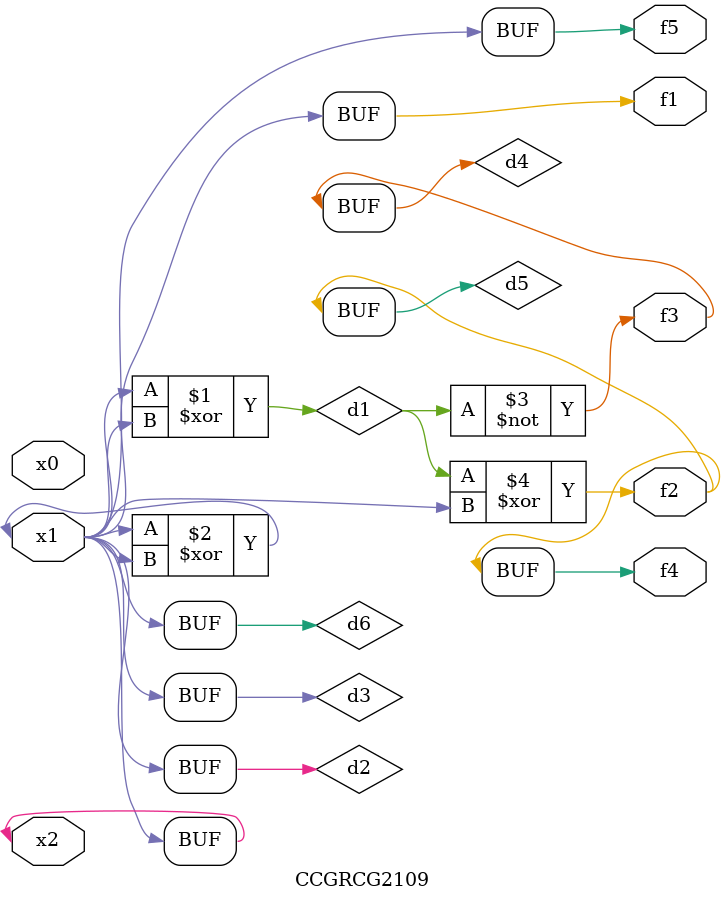
<source format=v>
module CCGRCG2109(
	input x0, x1, x2,
	output f1, f2, f3, f4, f5
);

	wire d1, d2, d3, d4, d5, d6;

	xor (d1, x1, x2);
	buf (d2, x1, x2);
	xor (d3, x1, x2);
	nor (d4, d1);
	xor (d5, d1, d2);
	buf (d6, d2, d3);
	assign f1 = d6;
	assign f2 = d5;
	assign f3 = d4;
	assign f4 = d5;
	assign f5 = d6;
endmodule

</source>
